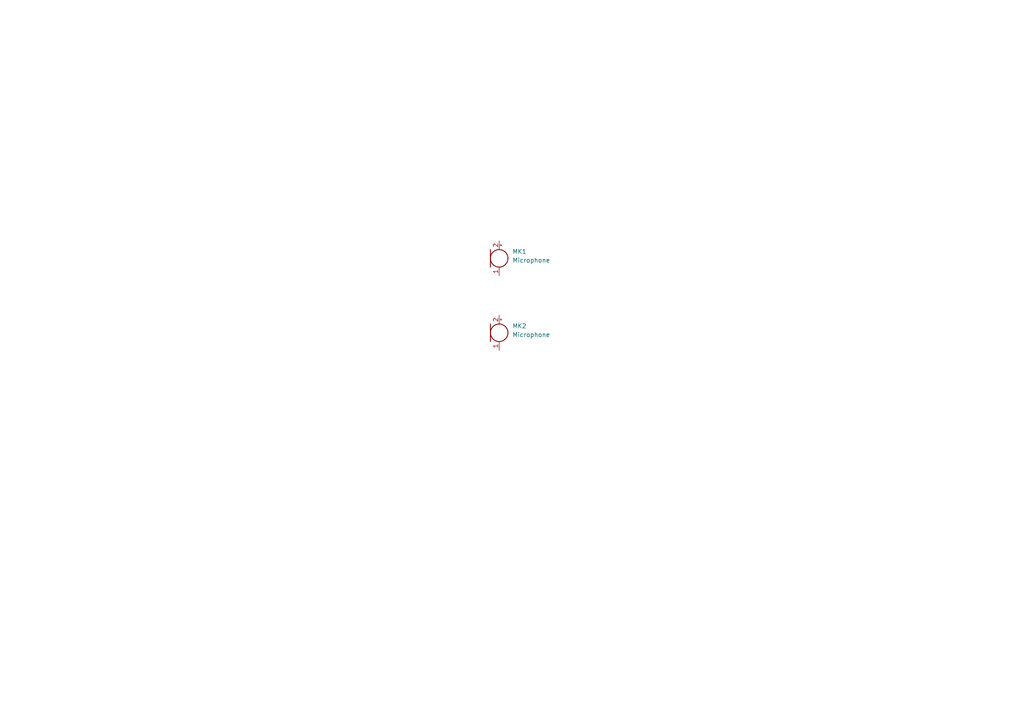
<source format=kicad_sch>
(kicad_sch (version 20230121) (generator eeschema)
  (paper "A4")
  (lib_symbols
    (symbol "Device:Microphone" (pin_names (offset 0.0254) hide)
      (property "Reference" "MK" (at -3.81 1.27 0))
      (property "Value" "Microphone" (at -3.81 -0.635 0))
      (symbol "Microphone_0_1"
        (polyline (pts (xy -2.54 2.54) (xy -2.54 -2.54)) (stroke (width 0.254)))
        (polyline (pts (xy 0.254 3.81) (xy 0.762 3.81)))
        (polyline (pts (xy 0.508 4.064) (xy 0.508 3.556)))
        (circle (center 0 0) (radius 2.54) (stroke (width 0.254)))
      )
      (symbol "Microphone_1_1"
        (pin passive line (at 0 -5.08 90) (length 2.54) (name "-") (number "1"))
        (pin passive line (at 0 5.08 270) (length 2.54) (name "+") (number "2"))
      )
    )
  )
  (symbol (lib_id "Device:Microphone") (at 144.78 96.52 0) (unit 1)
    (property "Reference" "MK2" (at 148.59 94.5515 0) (effects (justify left)))
    (property "Value" "Microphone" (at 148.59 97.0915 0) (effects (justify left)))
  )
  (symbol (lib_id "Device:Microphone") (at 144.78 74.93 0) (unit 1)
    (property "Reference" "MK1" (at 148.59 72.9615 0) (effects (justify left)))
    (property "Value" "Microphone" (at 148.59 75.5015 0) (effects (justify left)))
  )
)
</source>
